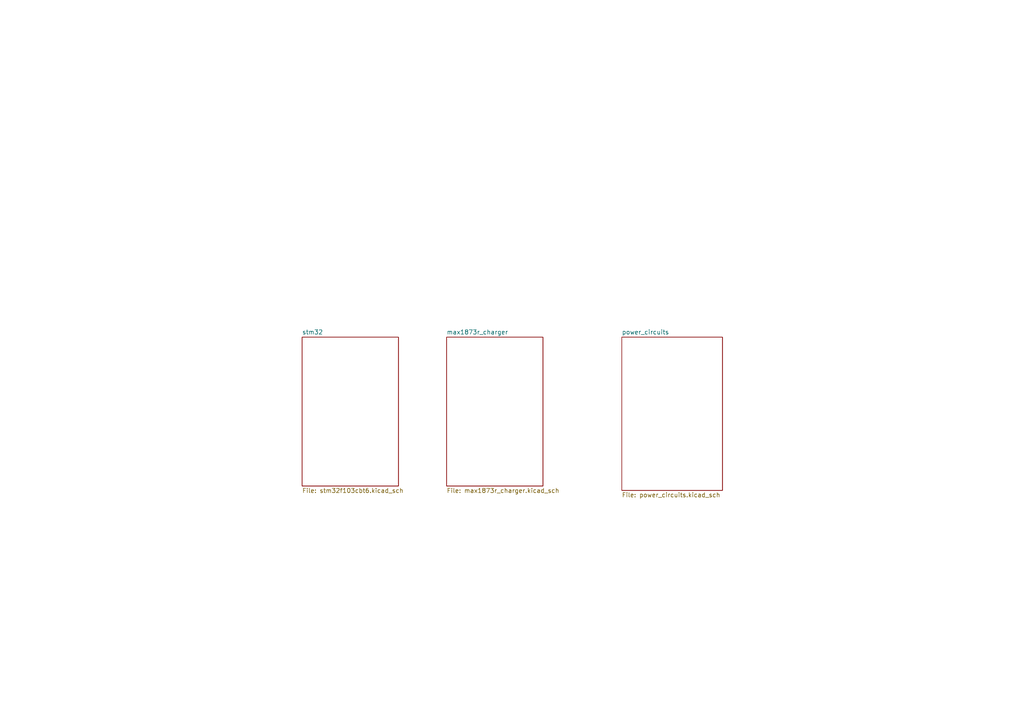
<source format=kicad_sch>
(kicad_sch
	(version 20231120)
	(generator "eeschema")
	(generator_version "8.0")
	(uuid "bf228dd4-f70d-4b09-996e-79978f96e91d")
	(paper "A4")
	(lib_symbols)
	(sheet
		(at 180.34 97.79)
		(size 29.21 44.45)
		(fields_autoplaced yes)
		(stroke
			(width 0.1524)
			(type solid)
		)
		(fill
			(color 0 0 0 0.0000)
		)
		(uuid "3f5cafc9-0df5-4659-9e17-534880fbbe00")
		(property "Sheetname" "power_circuits"
			(at 180.34 97.0784 0)
			(effects
				(font
					(size 1.27 1.27)
				)
				(justify left bottom)
			)
		)
		(property "Sheetfile" "power_circuits.kicad_sch"
			(at 180.34 142.8246 0)
			(effects
				(font
					(size 1.27 1.27)
				)
				(justify left top)
			)
		)
		(instances
			(project "Hybrid_Power_Module"
				(path "/bf228dd4-f70d-4b09-996e-79978f96e91d"
					(page "4")
				)
			)
		)
	)
	(sheet
		(at 87.63 97.79)
		(size 27.94 43.18)
		(fields_autoplaced yes)
		(stroke
			(width 0.1524)
			(type solid)
		)
		(fill
			(color 0 0 0 0.0000)
		)
		(uuid "4ef9dddd-01f9-452e-9fc0-c15744bb36d9")
		(property "Sheetname" "stm32"
			(at 87.63 97.0784 0)
			(effects
				(font
					(size 1.27 1.27)
				)
				(justify left bottom)
			)
		)
		(property "Sheetfile" "stm32f103cbt6.kicad_sch"
			(at 87.63 141.5546 0)
			(effects
				(font
					(size 1.27 1.27)
				)
				(justify left top)
			)
		)
		(instances
			(project "Hybrid_Power_Module"
				(path "/bf228dd4-f70d-4b09-996e-79978f96e91d"
					(page "2")
				)
			)
		)
	)
	(sheet
		(at 129.54 97.79)
		(size 27.94 43.18)
		(fields_autoplaced yes)
		(stroke
			(width 0.1524)
			(type solid)
		)
		(fill
			(color 0 0 0 0.0000)
		)
		(uuid "5eec7ce3-de95-4f93-80ad-047483fc8b3d")
		(property "Sheetname" "max1873r_charger"
			(at 129.54 97.0784 0)
			(effects
				(font
					(size 1.27 1.27)
				)
				(justify left bottom)
			)
		)
		(property "Sheetfile" "max1873r_charger.kicad_sch"
			(at 129.54 141.5546 0)
			(effects
				(font
					(size 1.27 1.27)
				)
				(justify left top)
			)
		)
		(instances
			(project "Hybrid_Power_Module"
				(path "/bf228dd4-f70d-4b09-996e-79978f96e91d"
					(page "3")
				)
			)
		)
	)
	(sheet_instances
		(path "/"
			(page "1")
		)
	)
)

</source>
